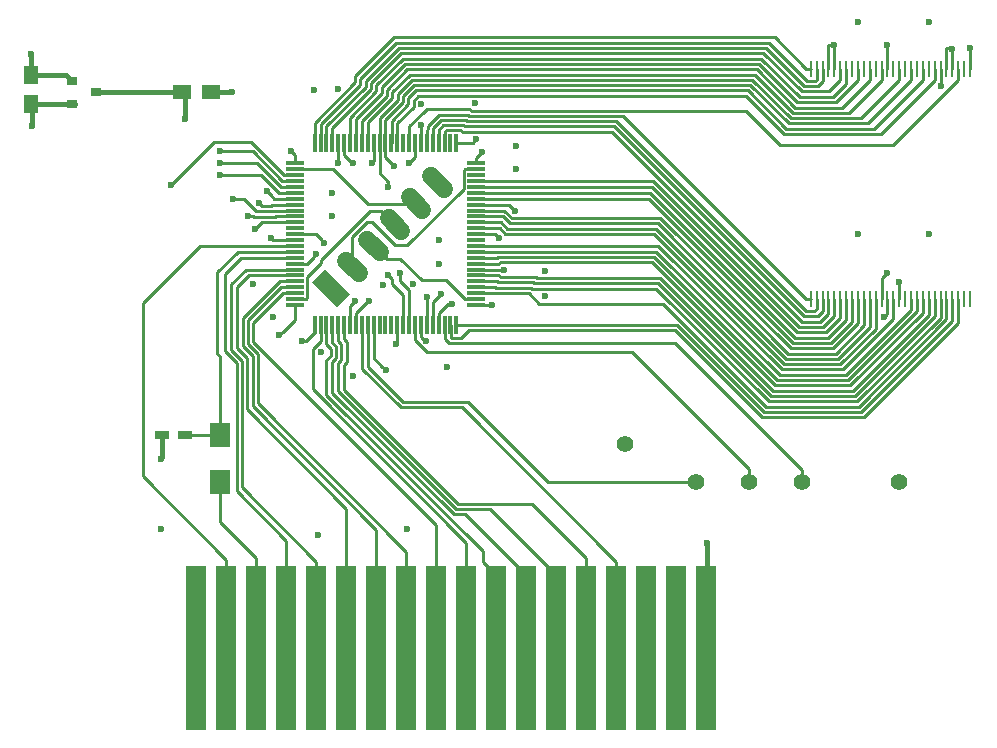
<source format=gtl>
G04 #@! TF.FileFunction,Copper,L1,Top,Signal*
%FSLAX46Y46*%
G04 Gerber Fmt 4.6, Leading zero omitted, Abs format (unit mm)*
G04 Created by KiCad (PCBNEW 4.0.7) date 02/07/19 17:37:46*
%MOMM*%
%LPD*%
G01*
G04 APERTURE LIST*
%ADD10C,0.100000*%
%ADD11C,1.400000*%
%ADD12R,0.269240X1.391920*%
%ADD13R,0.271780X1.391920*%
%ADD14R,1.200000X0.750000*%
%ADD15R,1.250000X1.500000*%
%ADD16R,1.500000X1.250000*%
%ADD17R,1.780000X14.000000*%
%ADD18C,1.510000*%
%ADD19R,1.700000X2.000000*%
%ADD20R,1.500000X0.300000*%
%ADD21R,0.300000X1.500000*%
%ADD22R,0.900000X0.800000*%
%ADD23C,0.600000*%
%ADD24C,0.250000*%
%ADD25C,0.400000*%
G04 APERTURE END LIST*
D10*
D11*
X180500000Y-114000000D03*
X157250000Y-110750000D03*
D12*
X173004080Y-79000000D03*
X173004080Y-98486880D03*
X173504460Y-79000000D03*
X173504460Y-98486880D03*
X174004840Y-79000000D03*
X174004840Y-98486880D03*
D13*
X174505220Y-79000000D03*
X174505220Y-98486880D03*
X175005600Y-79000000D03*
X175005600Y-98486880D03*
D12*
X175503440Y-79000000D03*
X175503440Y-98486880D03*
X176003820Y-79000000D03*
X176003820Y-98486880D03*
X176504200Y-79000000D03*
X176504200Y-98486880D03*
X177004580Y-79000000D03*
X177004580Y-98486880D03*
X177504960Y-79000000D03*
X177504960Y-98486880D03*
D13*
X178005340Y-79000000D03*
X178005340Y-98486880D03*
X178505720Y-79000000D03*
X178505720Y-98486880D03*
D12*
X179003560Y-79000000D03*
X179003560Y-98486880D03*
X179503940Y-79000000D03*
X179503940Y-98486880D03*
X180001780Y-79000000D03*
X180001780Y-98486880D03*
X180502160Y-79000000D03*
X180502160Y-98486880D03*
D13*
X181000000Y-79000000D03*
X181000000Y-98486880D03*
X181500380Y-79000000D03*
X181500380Y-98486880D03*
D12*
X182000760Y-79000000D03*
X182000760Y-98486880D03*
X182501140Y-79000000D03*
X182501140Y-98486880D03*
X183001520Y-79000000D03*
X183001520Y-98486880D03*
X183501900Y-79000000D03*
X183501900Y-98486880D03*
X184002280Y-79000000D03*
X184002280Y-98486880D03*
D13*
X184500120Y-79000000D03*
X184500120Y-98486880D03*
X185000500Y-79000000D03*
X185000500Y-98486880D03*
D12*
X185500880Y-79000000D03*
X185500880Y-98486880D03*
X186001260Y-79000000D03*
X186001260Y-98486880D03*
X186501640Y-79000000D03*
X186501640Y-98486880D03*
D14*
X120000000Y-110000000D03*
X118100000Y-110000000D03*
D15*
X107000000Y-82000000D03*
X107000000Y-79500000D03*
D16*
X119750000Y-81000000D03*
X122250000Y-81000000D03*
D17*
X164180000Y-128000000D03*
X161640000Y-128000000D03*
X159100000Y-128000000D03*
X156560000Y-128000000D03*
X154020000Y-128000000D03*
X151480000Y-128000000D03*
X148940000Y-128000000D03*
X146400000Y-128000000D03*
X143860000Y-128000000D03*
X141320000Y-128000000D03*
X138780000Y-128000000D03*
X136240000Y-128000000D03*
X133700000Y-128000000D03*
X131160000Y-128000000D03*
X128620000Y-128000000D03*
X126080000Y-128000000D03*
X123540000Y-128000000D03*
X121000000Y-128000000D03*
D10*
G36*
X132938228Y-99190163D02*
X130809837Y-97061772D01*
X131877568Y-95994041D01*
X134005959Y-98122432D01*
X132938228Y-99190163D01*
X132938228Y-99190163D01*
G37*
D18*
X133673619Y-95265721D02*
X134734279Y-96326381D01*
X135469670Y-93469670D02*
X136530330Y-94530330D01*
X137265722Y-91673618D02*
X138326382Y-92734278D01*
X139061773Y-89877567D02*
X140122433Y-90938227D01*
X140857824Y-88081516D02*
X141918484Y-89142176D01*
D19*
X123000000Y-114000000D03*
X123000000Y-110000000D03*
D20*
X129300000Y-87000000D03*
X129300000Y-87500000D03*
X129300000Y-88000000D03*
X129300000Y-88500000D03*
X129300000Y-89000000D03*
X129300000Y-89500000D03*
X129300000Y-90000000D03*
X129300000Y-90500000D03*
X129300000Y-91000000D03*
X129300000Y-91500000D03*
X129300000Y-92000000D03*
X129300000Y-92500000D03*
X129300000Y-93000000D03*
X129300000Y-93500000D03*
X129300000Y-94000000D03*
X129300000Y-94500000D03*
X129300000Y-95000000D03*
X129300000Y-95500000D03*
X129300000Y-96000000D03*
X129300000Y-96500000D03*
X129300000Y-97000000D03*
X129300000Y-97500000D03*
X129300000Y-98000000D03*
X129300000Y-98500000D03*
X129300000Y-99000000D03*
D21*
X131000000Y-100700000D03*
X131500000Y-100700000D03*
X132000000Y-100700000D03*
X132500000Y-100700000D03*
X133000000Y-100700000D03*
X133500000Y-100700000D03*
X134000000Y-100700000D03*
X134500000Y-100700000D03*
X135000000Y-100700000D03*
X135500000Y-100700000D03*
X136000000Y-100700000D03*
X136500000Y-100700000D03*
X137000000Y-100700000D03*
X137500000Y-100700000D03*
X138000000Y-100700000D03*
X138500000Y-100700000D03*
X139000000Y-100700000D03*
X139500000Y-100700000D03*
X140000000Y-100700000D03*
X140500000Y-100700000D03*
X141000000Y-100700000D03*
X141500000Y-100700000D03*
X142000000Y-100700000D03*
X142500000Y-100700000D03*
X143000000Y-100700000D03*
D20*
X144700000Y-99000000D03*
X144700000Y-98500000D03*
X144700000Y-98000000D03*
X144700000Y-97500000D03*
X144700000Y-97000000D03*
X144700000Y-96500000D03*
X144700000Y-96000000D03*
X144700000Y-95500000D03*
X144700000Y-95000000D03*
X144700000Y-94500000D03*
X144700000Y-94000000D03*
X144700000Y-93500000D03*
X144700000Y-93000000D03*
X144700000Y-92500000D03*
X144700000Y-92000000D03*
X144700000Y-91500000D03*
X144700000Y-91000000D03*
X144700000Y-90500000D03*
X144700000Y-90000000D03*
X144700000Y-89500000D03*
X144700000Y-89000000D03*
X144700000Y-88500000D03*
X144700000Y-88000000D03*
X144700000Y-87500000D03*
X144700000Y-87000000D03*
D21*
X143000000Y-85300000D03*
X142500000Y-85300000D03*
X142000000Y-85300000D03*
X141500000Y-85300000D03*
X141000000Y-85300000D03*
X140500000Y-85300000D03*
X140000000Y-85300000D03*
X139500000Y-85300000D03*
X139000000Y-85300000D03*
X138500000Y-85300000D03*
X138000000Y-85300000D03*
X137500000Y-85300000D03*
X137000000Y-85300000D03*
X136500000Y-85300000D03*
X136000000Y-85300000D03*
X135500000Y-85300000D03*
X135000000Y-85300000D03*
X134500000Y-85300000D03*
X134000000Y-85300000D03*
X133500000Y-85300000D03*
X133000000Y-85300000D03*
X132500000Y-85300000D03*
X132000000Y-85300000D03*
X131500000Y-85300000D03*
X131000000Y-85300000D03*
D11*
X167750000Y-114000000D03*
X172250000Y-114000000D03*
X163250000Y-114000000D03*
D22*
X110500000Y-80050000D03*
X110500000Y-81950000D03*
X112500000Y-81000000D03*
D23*
X135874990Y-86967050D03*
X107031664Y-83816910D03*
X127500000Y-100000000D03*
X131500000Y-103000000D03*
X150500000Y-96099967D03*
X140000000Y-82000000D03*
X128003118Y-101554848D03*
X137874990Y-102289841D03*
X131818934Y-93739173D03*
X135610695Y-98676201D03*
X140542554Y-98335716D03*
X130934292Y-80795340D03*
X136752953Y-97346987D03*
X145163471Y-86059885D03*
X134221457Y-87006163D03*
X148021424Y-85567846D03*
X139000000Y-87000000D03*
X146647113Y-93365248D03*
X132500000Y-91500000D03*
X141500000Y-93500000D03*
X177000000Y-93000000D03*
X186504710Y-77250361D03*
X179496256Y-77014121D03*
X183000000Y-75000000D03*
X139368726Y-97234828D03*
X184984203Y-77283804D03*
X106999406Y-77720173D03*
X125750000Y-97250000D03*
X134250000Y-105000000D03*
X142250000Y-104250000D03*
X150500000Y-98250000D03*
X144549124Y-81911278D03*
X133013069Y-80684095D03*
X129941947Y-102058049D03*
X175000000Y-77000000D03*
X141730825Y-98031133D03*
X131154388Y-94723500D03*
X134449950Y-98645248D03*
X126977540Y-89377295D03*
X144674017Y-84961333D03*
X139975553Y-83778773D03*
X148033637Y-87473014D03*
X164248305Y-119141288D03*
X133000000Y-87000000D03*
X148000000Y-91000000D03*
X147000000Y-96000000D03*
X146000000Y-99000000D03*
X129000000Y-86000000D03*
X132500000Y-89500000D03*
X141500000Y-95500000D03*
X118000000Y-112000000D03*
X118000000Y-118000000D03*
X180506838Y-97044952D03*
X177000000Y-75000000D03*
X183000000Y-93000000D03*
X124000000Y-81000000D03*
X120000000Y-83250000D03*
X127283939Y-93334940D03*
X125916453Y-92603865D03*
X125396021Y-91468777D03*
X124075021Y-90000000D03*
X126300962Y-90389056D03*
X123000000Y-88000000D03*
X123000000Y-87000000D03*
X123000000Y-86000000D03*
X118836032Y-88856032D03*
X179500000Y-96250000D03*
X184000000Y-80500000D03*
X137250000Y-89000000D03*
X138250000Y-96250000D03*
X137750000Y-87250000D03*
X137250000Y-96500000D03*
X138802906Y-118003653D03*
X140396325Y-102012426D03*
X137038711Y-104540107D03*
X131250000Y-118500000D03*
X179250000Y-100000000D03*
X142614179Y-98901302D03*
D24*
X136000000Y-86842040D02*
X135874990Y-86967050D01*
X136000000Y-85300000D02*
X136000000Y-86842040D01*
D25*
X107031664Y-83816910D02*
X107031664Y-82031664D01*
D24*
X107031664Y-82031664D02*
X107000000Y-82000000D01*
D25*
X110750000Y-81950000D02*
X107050000Y-81950000D01*
D24*
X107050000Y-81950000D02*
X107000000Y-82000000D01*
X129300000Y-99000000D02*
X129300000Y-100257966D01*
X129300000Y-100257966D02*
X128303117Y-101254849D01*
X128303117Y-101254849D02*
X128003118Y-101554848D01*
X138000000Y-102164831D02*
X137874990Y-102289841D01*
X138000000Y-100700000D02*
X138000000Y-102164831D01*
X131518935Y-93439174D02*
X131818934Y-93739173D01*
X131079761Y-93000000D02*
X131518935Y-93439174D01*
X129300000Y-93000000D02*
X131079761Y-93000000D01*
X135523799Y-98676201D02*
X135610695Y-98676201D01*
X134500000Y-100700000D02*
X134500000Y-99700000D01*
X134500000Y-99700000D02*
X135523799Y-98676201D01*
X140500000Y-100700000D02*
X140500000Y-98378270D01*
X140500000Y-98378270D02*
X140542554Y-98335716D01*
X144863472Y-86359884D02*
X145163471Y-86059885D01*
X144700000Y-87000000D02*
X144700000Y-86523356D01*
X144700000Y-86523356D02*
X144863472Y-86359884D01*
X134206163Y-87006163D02*
X134221457Y-87006163D01*
X133500000Y-86300000D02*
X134206163Y-87006163D01*
X133500000Y-85300000D02*
X133500000Y-86300000D01*
X139500000Y-85300000D02*
X139500000Y-86500000D01*
X139500000Y-86500000D02*
X139000000Y-87000000D01*
X144700000Y-93000000D02*
X146281865Y-93000000D01*
X146281865Y-93000000D02*
X146647113Y-93365248D01*
X186501640Y-77253431D02*
X186504710Y-77250361D01*
X186501640Y-79000000D02*
X186501640Y-77253431D01*
X179503940Y-77021805D02*
X179496256Y-77014121D01*
X179503940Y-79000000D02*
X179503940Y-77021805D01*
D25*
X107000000Y-82000000D02*
X107000000Y-82125000D01*
D24*
X107270000Y-82270000D02*
X107000000Y-82000000D01*
D25*
X141388154Y-88611846D02*
X141388154Y-89357394D01*
X141388154Y-88611846D02*
X140863808Y-88611846D01*
X141388154Y-88611846D02*
X140826941Y-88611846D01*
X107000000Y-79500000D02*
X109950000Y-79500000D01*
X109950000Y-79500000D02*
X110500000Y-80050000D01*
D24*
X184500120Y-79000000D02*
X184500120Y-77250120D01*
X185000500Y-77300101D02*
X184984203Y-77283804D01*
X185000500Y-79000000D02*
X185000500Y-77300101D01*
X184950282Y-77249883D02*
X184984203Y-77283804D01*
X184500357Y-77249883D02*
X184950282Y-77249883D01*
X184500120Y-77250120D02*
X184500357Y-77249883D01*
D25*
X106999406Y-77720173D02*
X106999406Y-79499406D01*
X106999406Y-79499406D02*
X107000000Y-79500000D01*
X122250000Y-81000000D02*
X124000000Y-81000000D01*
D24*
X131000000Y-101300000D02*
X130241951Y-102058049D01*
X130241951Y-102058049D02*
X129941947Y-102058049D01*
X174500000Y-77000000D02*
X174505220Y-77005220D01*
X175005600Y-77005600D02*
X175000000Y-77000000D01*
X175005600Y-79000000D02*
X175005600Y-77005600D01*
X175000000Y-77000000D02*
X174500000Y-77000000D01*
X174505220Y-77005220D02*
X174505220Y-79000000D01*
X141430826Y-98331132D02*
X141730825Y-98031133D01*
X141000000Y-100700000D02*
X141000000Y-98761958D01*
X141000000Y-98761958D02*
X141430826Y-98331132D01*
X130854389Y-95023499D02*
X131154388Y-94723500D01*
X129300000Y-95500000D02*
X130377888Y-95500000D01*
X130377888Y-95500000D02*
X130854389Y-95023499D01*
X134149951Y-98945247D02*
X134449950Y-98645248D01*
X134000000Y-100700000D02*
X134000000Y-99095198D01*
X134000000Y-99095198D02*
X134149951Y-98945247D01*
X127277539Y-89677294D02*
X126977540Y-89377295D01*
X127600245Y-90000000D02*
X127277539Y-89677294D01*
X129300000Y-90000000D02*
X127600245Y-90000000D01*
X144335350Y-85300000D02*
X144374018Y-85261332D01*
X143000000Y-85300000D02*
X144335350Y-85300000D01*
X144374018Y-85261332D02*
X144674017Y-84961333D01*
X140000000Y-83803220D02*
X139975553Y-83778773D01*
X140000000Y-85300000D02*
X140000000Y-83803220D01*
D25*
X164248305Y-119141288D02*
X164248305Y-127931695D01*
X164248305Y-127931695D02*
X164180000Y-128000000D01*
D24*
X133000000Y-85300000D02*
X133000000Y-87000000D01*
X147500000Y-90500000D02*
X148000000Y-91000000D01*
X144700000Y-90500000D02*
X147500000Y-90500000D01*
X144700000Y-96000000D02*
X147000000Y-96000000D01*
X144700000Y-99000000D02*
X146000000Y-99000000D01*
X129300000Y-87000000D02*
X129300000Y-86300000D01*
X129300000Y-86300000D02*
X129000000Y-86000000D01*
D25*
X118100000Y-110000000D02*
X118100000Y-111900000D01*
X118100000Y-111900000D02*
X118000000Y-112000000D01*
D24*
X180502160Y-97049630D02*
X180506838Y-97044952D01*
X180502160Y-98486880D02*
X180502160Y-97049630D01*
X123000000Y-110000000D02*
X123000000Y-103334859D01*
X123000000Y-103334859D02*
X122773139Y-103107998D01*
X122773139Y-96220465D02*
X124493604Y-94500000D01*
X122773139Y-103107998D02*
X122773139Y-96220465D01*
X124493604Y-94500000D02*
X128300000Y-94500000D01*
X128300000Y-94500000D02*
X129300000Y-94500000D01*
X123000000Y-110000000D02*
X120000000Y-110000000D01*
D25*
X119750000Y-81000000D02*
X112750000Y-81000000D01*
X120000000Y-83250000D02*
X120000000Y-81250000D01*
D24*
X120000000Y-81250000D02*
X119750000Y-81000000D01*
X127448999Y-93500000D02*
X127283939Y-93334940D01*
X129300000Y-93500000D02*
X127448999Y-93500000D01*
X126216452Y-92303866D02*
X125916453Y-92603865D01*
X129300000Y-92000000D02*
X126520318Y-92000000D01*
X126520318Y-92000000D02*
X126216452Y-92303866D01*
X125820285Y-91468777D02*
X125396021Y-91468777D01*
X127697826Y-91500000D02*
X127672802Y-91525024D01*
X127672802Y-91525024D02*
X125876532Y-91525024D01*
X129300000Y-91500000D02*
X127697826Y-91500000D01*
X125876532Y-91525024D02*
X125820285Y-91468777D01*
X124986902Y-90000000D02*
X126061915Y-91075013D01*
X128300000Y-91000000D02*
X129300000Y-91000000D01*
X124075021Y-90000000D02*
X124986902Y-90000000D01*
X126061915Y-91075013D02*
X127486402Y-91075013D01*
X127561415Y-91000000D02*
X128300000Y-91000000D01*
X127486402Y-91075013D02*
X127561415Y-91000000D01*
X129300000Y-90500000D02*
X127425004Y-90500000D01*
X127425004Y-90500000D02*
X127300002Y-90625002D01*
X126536908Y-90625002D02*
X126300962Y-90389056D01*
X127300002Y-90625002D02*
X126536908Y-90625002D01*
X126492619Y-88000000D02*
X127992619Y-89500000D01*
X123000000Y-88000000D02*
X126492619Y-88000000D01*
X127992619Y-89500000D02*
X128300000Y-89500000D01*
X128300000Y-89500000D02*
X129300000Y-89500000D01*
X128300000Y-89000000D02*
X129300000Y-89000000D01*
X123000000Y-87000000D02*
X126129030Y-87000000D01*
X128129030Y-89000000D02*
X128300000Y-89000000D01*
X126129030Y-87000000D02*
X128129030Y-89000000D01*
X125765441Y-86000000D02*
X128265441Y-88500000D01*
X128300000Y-88500000D02*
X129300000Y-88500000D01*
X128265441Y-88500000D02*
X128300000Y-88500000D01*
X123000000Y-86000000D02*
X125765441Y-86000000D01*
X119136031Y-88556033D02*
X118836032Y-88856032D01*
X122514681Y-85177383D02*
X119136031Y-88556033D01*
X125579234Y-85177383D02*
X122514681Y-85177383D01*
X128401851Y-88000000D02*
X125579234Y-85177383D01*
X129300000Y-88000000D02*
X128401851Y-88000000D01*
X156560000Y-120750000D02*
X156560000Y-128000000D01*
X138288588Y-107674999D02*
X143484999Y-107674999D01*
X135000000Y-100700000D02*
X135000000Y-104386411D01*
X143484999Y-107674999D02*
X156560000Y-120750000D01*
X135000000Y-104386411D02*
X138288588Y-107674999D01*
X133500000Y-104084235D02*
X133500000Y-106170932D01*
X154020000Y-120449957D02*
X154020000Y-120750000D01*
X143154071Y-115825003D02*
X149395046Y-115825003D01*
X133500000Y-106170932D02*
X143154071Y-115825003D01*
X133725034Y-102140799D02*
X133725034Y-103859201D01*
X133725034Y-103859201D02*
X133500000Y-104084235D01*
X133500000Y-101915765D02*
X133725034Y-102140799D01*
X133500000Y-100700000D02*
X133500000Y-101915765D01*
X149395046Y-115825003D02*
X154020000Y-120449957D01*
X154020000Y-120750000D02*
X154020000Y-128000000D01*
X133000000Y-106307342D02*
X142967672Y-116275014D01*
X133000000Y-102052177D02*
X133275023Y-102327199D01*
X133275023Y-102327199D02*
X133275023Y-103672801D01*
X133000000Y-103947823D02*
X133000000Y-106307342D01*
X142967672Y-116275014D02*
X145865014Y-116275014D01*
X145865014Y-116275014D02*
X151480000Y-121890000D01*
X151480000Y-121890000D02*
X151480000Y-128000000D01*
X133275023Y-103672801D02*
X133000000Y-103947823D01*
X133000000Y-100700000D02*
X133000000Y-102052177D01*
X132500000Y-100700000D02*
X132500000Y-102188587D01*
X132825012Y-103486401D02*
X132500000Y-103811413D01*
X132500000Y-102188587D02*
X132825012Y-102513599D01*
X132825012Y-102513599D02*
X132825012Y-103486401D01*
X132500000Y-103811413D02*
X132500000Y-106443752D01*
X132500000Y-106443752D02*
X142781273Y-116725025D01*
X148940000Y-121890000D02*
X148940000Y-128000000D01*
X143775025Y-116725025D02*
X148940000Y-121890000D01*
X142781273Y-116725025D02*
X143775025Y-116725025D01*
X132000000Y-100700000D02*
X132000000Y-102324998D01*
X146400000Y-121890000D02*
X146400000Y-128000000D01*
X145260000Y-120750000D02*
X146400000Y-121890000D01*
X132000000Y-102324998D02*
X132375001Y-102699999D01*
X132000000Y-103675002D02*
X132000000Y-106580162D01*
X132000000Y-106580162D02*
X145260000Y-119840162D01*
X132375001Y-103300001D02*
X132000000Y-103675002D01*
X145260000Y-119840162D02*
X145260000Y-120750000D01*
X132375001Y-102699999D02*
X132375001Y-103300001D01*
X130874999Y-106128569D02*
X143860000Y-119113570D01*
X131500000Y-102074998D02*
X130874999Y-102699999D01*
X143860000Y-119113570D02*
X143860000Y-120750000D01*
X130874999Y-102699999D02*
X130874999Y-106128569D01*
X143860000Y-120750000D02*
X143860000Y-128000000D01*
X131500000Y-100700000D02*
X131500000Y-102074998D01*
X141320000Y-120750000D02*
X141320000Y-128000000D01*
X141320000Y-117628902D02*
X141320000Y-120750000D01*
X128314998Y-98000000D02*
X125817723Y-100497275D01*
X129300000Y-98000000D02*
X128314998Y-98000000D01*
X125817723Y-102126625D02*
X141320000Y-117628902D01*
X125817723Y-100497275D02*
X125817723Y-102126625D01*
X129300000Y-97500000D02*
X128178588Y-97500000D01*
X126199526Y-103144839D02*
X126199526Y-107321179D01*
X128178588Y-97500000D02*
X125367712Y-100310876D01*
X125367712Y-100310876D02*
X125367712Y-102313025D01*
X125367712Y-102313025D02*
X126199526Y-103144839D01*
X126199526Y-107321179D02*
X138780000Y-119901653D01*
X138780000Y-119901653D02*
X138780000Y-128000000D01*
X129300000Y-97000000D02*
X128042178Y-97000000D01*
X128042178Y-97000000D02*
X124917701Y-100124477D01*
X124917701Y-100124477D02*
X124917701Y-102499425D01*
X124917701Y-102499425D02*
X125749515Y-103331239D01*
X125749515Y-103331239D02*
X125749515Y-107584654D01*
X125749515Y-107584654D02*
X136240000Y-118075139D01*
X136240000Y-118075139D02*
X136240000Y-120750000D01*
X136240000Y-120750000D02*
X136240000Y-128000000D01*
X133700000Y-128000000D02*
X133700000Y-116248625D01*
X133700000Y-116248625D02*
X125299504Y-107848129D01*
X125299504Y-107848129D02*
X125299504Y-103517639D01*
X125299504Y-103517639D02*
X124440359Y-102658494D01*
X124440359Y-102658494D02*
X124440359Y-97477713D01*
X124440359Y-97477713D02*
X125418072Y-96500000D01*
X125418072Y-96500000D02*
X129300000Y-96500000D01*
X131160000Y-128000000D02*
X131160000Y-120750000D01*
X125180122Y-96000000D02*
X129300000Y-96000000D01*
X131160000Y-120750000D02*
X124849493Y-114439493D01*
X124849493Y-114439493D02*
X124849493Y-103704039D01*
X123948392Y-102802938D02*
X123948392Y-97231730D01*
X124849493Y-103704039D02*
X123948392Y-102802938D01*
X123948392Y-97231730D02*
X125180122Y-96000000D01*
X128620000Y-128000000D02*
X128620000Y-118960640D01*
X128620000Y-118960640D02*
X124399482Y-114740122D01*
X124399482Y-114740122D02*
X124399482Y-103890439D01*
X123401763Y-96348237D02*
X124750000Y-95000000D01*
X124399482Y-103890439D02*
X123401763Y-102892720D01*
X123401763Y-102892720D02*
X123401763Y-96348237D01*
X124750000Y-95000000D02*
X129300000Y-95000000D01*
X123000000Y-114000000D02*
X123000000Y-117348825D01*
X123000000Y-117348825D02*
X126080000Y-120428825D01*
X126080000Y-120428825D02*
X126080000Y-128000000D01*
X129300000Y-94000000D02*
X121272302Y-94000000D01*
X116476654Y-98795648D02*
X116476654Y-113502410D01*
X121272302Y-94000000D02*
X116476654Y-98795648D01*
X116476654Y-113502410D02*
X123540000Y-120565756D01*
X123540000Y-120565756D02*
X123540000Y-120750000D01*
X123540000Y-120750000D02*
X123540000Y-128000000D01*
X134203949Y-95796051D02*
X134203949Y-93208023D01*
X134203949Y-93208023D02*
X135411972Y-92000000D01*
X135411972Y-92000000D02*
X135821481Y-92000000D01*
X135821481Y-92000000D02*
X137783244Y-93961763D01*
X137783244Y-93961763D02*
X138857954Y-93961763D01*
X143624999Y-89194718D02*
X143624999Y-87575001D01*
X138857954Y-93961763D02*
X143624999Y-89194718D01*
X143624999Y-87575001D02*
X143700000Y-87500000D01*
X143700000Y-87500000D02*
X144700000Y-87500000D01*
X136000000Y-94000000D02*
X137104199Y-95104199D01*
X137104199Y-95104199D02*
X138271362Y-95104199D01*
X138271362Y-95104199D02*
X140062045Y-96894882D01*
X140062045Y-96894882D02*
X142094882Y-96894882D01*
X142094882Y-96894882D02*
X143700000Y-98500000D01*
X143700000Y-98500000D02*
X144700000Y-98500000D01*
X130300000Y-98500000D02*
X129300000Y-98500000D01*
X131572557Y-95441976D02*
X130375001Y-96639532D01*
X130375001Y-98424999D02*
X130300000Y-98500000D01*
X135706519Y-91069042D02*
X131572557Y-95203004D01*
X136661146Y-91069042D02*
X135706519Y-91069042D01*
X137796052Y-92203948D02*
X136661146Y-91069042D01*
X130375001Y-96639532D02*
X130375001Y-98424999D01*
X131572557Y-95203004D02*
X131572557Y-95441976D01*
X132574996Y-87500000D02*
X129300000Y-87500000D01*
X135482893Y-90407897D02*
X132574996Y-87500000D01*
X139592103Y-90407897D02*
X135482893Y-90407897D01*
X139500000Y-100700000D02*
X139500000Y-102000000D01*
X139500000Y-102000000D02*
X140500000Y-103000000D01*
X140500000Y-103000000D02*
X157833937Y-103000000D01*
X157833937Y-103000000D02*
X167752208Y-112918271D01*
X167752208Y-112918271D02*
X167752208Y-114057249D01*
X179500000Y-96250000D02*
X179003560Y-96746440D01*
X179003560Y-96746440D02*
X179003560Y-98486880D01*
X161475012Y-102225012D02*
X172250000Y-113000000D01*
X172250000Y-113000000D02*
X172250000Y-114000000D01*
X142074990Y-101896402D02*
X142403599Y-102225012D01*
X142403599Y-102225012D02*
X161475012Y-102225012D01*
X142000000Y-100700000D02*
X142000000Y-101500000D01*
X142000000Y-101500000D02*
X142024999Y-101524999D01*
X142024999Y-101524999D02*
X142024999Y-101710001D01*
X142024999Y-101710001D02*
X142074989Y-101759991D01*
X142074989Y-101759991D02*
X142074990Y-101896402D01*
X184000000Y-80500000D02*
X184000000Y-79002280D01*
X184000000Y-79002280D02*
X184002280Y-79000000D01*
X135500000Y-100700000D02*
X135500000Y-104250000D01*
X135500000Y-104250000D02*
X138474988Y-107224988D01*
X143974988Y-107224988D02*
X150750000Y-114000000D01*
X138474988Y-107224988D02*
X143974988Y-107224988D01*
X150750000Y-114000000D02*
X163250000Y-114000000D01*
X172619460Y-79000000D02*
X173004080Y-79000000D01*
X134424878Y-80156184D02*
X134424878Y-79649599D01*
X169955616Y-76336156D02*
X172619460Y-79000000D01*
X137738321Y-76336156D02*
X169955616Y-76336156D01*
X131000000Y-83581062D02*
X134424878Y-80156184D01*
X134424878Y-79649599D02*
X137738321Y-76336156D01*
X131000000Y-85300000D02*
X131000000Y-83581062D01*
X140599979Y-83805787D02*
X140599982Y-83805783D01*
X141530800Y-82874966D02*
X143969201Y-82874966D01*
X140599982Y-83805783D02*
X141530800Y-82874966D01*
X172619460Y-98486880D02*
X173004080Y-98486880D01*
X157118879Y-82986299D02*
X172619460Y-98486880D01*
X144080534Y-82986299D02*
X157118879Y-82986299D01*
X140500000Y-84178587D02*
X140599979Y-84078608D01*
X140500000Y-85300000D02*
X140500000Y-84178587D01*
X140599979Y-84078608D02*
X140599979Y-83805787D01*
X143969201Y-82874966D02*
X144080534Y-82986299D01*
X134874889Y-79835999D02*
X137924721Y-76786167D01*
X131500000Y-83717473D02*
X134874889Y-80342584D01*
X173398702Y-80020961D02*
X173504460Y-79915203D01*
X131500000Y-85300000D02*
X131500000Y-83717473D01*
X172722395Y-80020961D02*
X173398702Y-80020961D01*
X169487601Y-76786167D02*
X172722395Y-80020961D01*
X134874889Y-80342584D02*
X134874889Y-79835999D01*
X137924721Y-76786167D02*
X169487601Y-76786167D01*
X173504460Y-79915203D02*
X173504460Y-79000000D01*
X156537928Y-83436310D02*
X172609459Y-99507841D01*
X172609459Y-99507841D02*
X173319410Y-99507841D01*
X141049991Y-83992185D02*
X141717200Y-83324977D01*
X173504460Y-99322791D02*
X173504460Y-98486880D01*
X141717200Y-83324977D02*
X143782801Y-83324977D01*
X173319410Y-99507841D02*
X173504460Y-99322791D01*
X143782801Y-83324977D02*
X143894134Y-83436310D01*
X141000000Y-85300000D02*
X141000000Y-84300000D01*
X141000000Y-84300000D02*
X141049991Y-84250009D01*
X141049991Y-84250009D02*
X141049991Y-83992185D01*
X143894134Y-83436310D02*
X156537928Y-83436310D01*
X174004840Y-79945960D02*
X174004840Y-79000000D01*
X173585101Y-80470972D02*
X174004840Y-80051233D01*
X174004840Y-80051233D02*
X174004840Y-79945960D01*
X172423059Y-80470972D02*
X173585101Y-80470972D01*
X169188265Y-77236178D02*
X172423059Y-80470972D01*
X138111121Y-77236178D02*
X169188265Y-77236178D01*
X132000000Y-83853884D02*
X135324900Y-80528984D01*
X135324900Y-80528984D02*
X135324900Y-80022399D01*
X135324900Y-80022399D02*
X138111121Y-77236178D01*
X132000000Y-85300000D02*
X132000000Y-83853884D01*
X173585101Y-99957852D02*
X174004840Y-99538113D01*
X141903600Y-83774988D02*
X143596401Y-83774988D01*
X172423059Y-99957852D02*
X173585101Y-99957852D01*
X143707734Y-83886321D02*
X156351528Y-83886321D01*
X141500001Y-84178586D02*
X141903600Y-83774988D01*
X141500000Y-85300000D02*
X141500001Y-84178586D01*
X143596401Y-83774988D02*
X143707734Y-83886321D01*
X174004840Y-99538113D02*
X174004840Y-99432840D01*
X174004840Y-99432840D02*
X174004840Y-98486880D01*
X156351528Y-83886321D02*
X172423059Y-99957852D01*
X142000000Y-85300000D02*
X142000000Y-84314998D01*
X142090000Y-84224999D02*
X143410001Y-84224999D01*
X174464461Y-99752013D02*
X174464461Y-98486880D01*
X173808611Y-100407863D02*
X174464461Y-99752013D01*
X172236659Y-100407863D02*
X173808611Y-100407863D01*
X156165128Y-84336332D02*
X172236659Y-100407863D01*
X143521334Y-84336332D02*
X156165128Y-84336332D01*
X143410001Y-84224999D02*
X143521334Y-84336332D01*
X142000000Y-84314998D02*
X142090000Y-84224999D01*
X144700000Y-88500000D02*
X159692385Y-88500000D01*
X174064319Y-100857874D02*
X175005600Y-99916593D01*
X175005600Y-99432840D02*
X175005600Y-98486880D01*
X159692385Y-88500000D02*
X172050259Y-100857874D01*
X172050259Y-100857874D02*
X174064319Y-100857874D01*
X175005600Y-99916593D02*
X175005600Y-99432840D01*
X174528417Y-80920983D02*
X175503440Y-79945960D01*
X132500000Y-85300000D02*
X132500000Y-83990295D01*
X135774911Y-80208799D02*
X138297521Y-77686189D01*
X172236659Y-80920983D02*
X174528417Y-80920983D01*
X132500000Y-83990295D02*
X135774911Y-80715384D01*
X135774911Y-80715384D02*
X135774911Y-80208799D01*
X138297521Y-77686189D02*
X169001865Y-77686189D01*
X169001865Y-77686189D02*
X172236659Y-80920983D01*
X175503440Y-79945960D02*
X175503440Y-79000000D01*
X174275940Y-101307885D02*
X175503440Y-100080385D01*
X159555974Y-89000000D02*
X171863859Y-101307885D01*
X175503440Y-100080385D02*
X175503440Y-99432840D01*
X144700000Y-89000000D02*
X159555974Y-89000000D01*
X171863859Y-101307885D02*
X174275940Y-101307885D01*
X175503440Y-99432840D02*
X175503440Y-98486880D01*
X134000000Y-83126706D02*
X136224922Y-80901784D01*
X176003820Y-79945960D02*
X176003820Y-79000000D01*
X168815465Y-78136200D02*
X172059582Y-81380317D01*
X176003820Y-80269002D02*
X176003820Y-79945960D01*
X138483921Y-78136200D02*
X168815465Y-78136200D01*
X172059582Y-81380317D02*
X174892505Y-81380317D01*
X174892505Y-81380317D02*
X176003820Y-80269002D01*
X134000000Y-85300000D02*
X134000000Y-83126706D01*
X136224922Y-80901784D02*
X136224922Y-80395199D01*
X136224922Y-80395199D02*
X138483921Y-78136200D01*
X174487562Y-101757896D02*
X176003820Y-100241638D01*
X159419561Y-89500000D02*
X171677457Y-101757896D01*
X176003820Y-99432840D02*
X176003820Y-98486880D01*
X176003820Y-100241638D02*
X176003820Y-99432840D01*
X144700000Y-89500000D02*
X159419561Y-89500000D01*
X171677457Y-101757896D02*
X174487562Y-101757896D01*
X171491058Y-102207907D02*
X174699184Y-102207907D01*
X159283151Y-90000000D02*
X171491058Y-102207907D01*
X176504200Y-99432840D02*
X176504200Y-98486880D01*
X144700000Y-90000000D02*
X159283151Y-90000000D01*
X174699184Y-102207907D02*
X176504200Y-100402891D01*
X176504200Y-100402891D02*
X176504200Y-99432840D01*
X171873182Y-81830328D02*
X175120212Y-81830328D01*
X168629065Y-78586211D02*
X171873182Y-81830328D01*
X136674933Y-80581599D02*
X138670321Y-78586211D01*
X175120212Y-81830328D02*
X177004580Y-79945960D01*
X138670321Y-78586211D02*
X168629065Y-78586211D01*
X177004580Y-79945960D02*
X177004580Y-79000000D01*
X134524999Y-84289999D02*
X134524999Y-83238118D01*
X136674933Y-81088184D02*
X136674933Y-80581599D01*
X134524999Y-83238118D02*
X136674933Y-81088184D01*
X134524999Y-85275001D02*
X134524999Y-84289999D01*
X134500000Y-85300000D02*
X134524999Y-85275001D01*
X134524999Y-84289999D02*
X134500000Y-85300000D01*
X177004580Y-99432840D02*
X177004580Y-98486880D01*
X171304658Y-102657918D02*
X174910805Y-102657918D01*
X147699998Y-91625002D02*
X160271743Y-91625002D01*
X147074996Y-91000000D02*
X147699998Y-91625002D01*
X160271743Y-91625002D02*
X171304658Y-102657918D01*
X144700000Y-91000000D02*
X147074996Y-91000000D01*
X177004580Y-100564143D02*
X177004580Y-99432840D01*
X174910805Y-102657918D02*
X177004580Y-100564143D01*
X146938585Y-91500000D02*
X147513598Y-92075013D01*
X177504960Y-99432840D02*
X177504960Y-98486880D01*
X171118258Y-103107929D02*
X175122430Y-103107929D01*
X144700000Y-91500000D02*
X146938585Y-91500000D01*
X175122430Y-103107929D02*
X177504960Y-100725399D01*
X177504960Y-100725399D02*
X177504960Y-99432840D01*
X147513598Y-92075013D02*
X160085343Y-92075013D01*
X160085343Y-92075013D02*
X171118258Y-103107929D01*
X137124944Y-81274584D02*
X137124944Y-80767999D01*
X168442665Y-79036222D02*
X171686782Y-82280339D01*
X135000000Y-83399528D02*
X137124944Y-81274584D01*
X175670961Y-82280339D02*
X178005340Y-79945960D01*
X171686782Y-82280339D02*
X175670961Y-82280339D01*
X138856721Y-79036222D02*
X168442665Y-79036222D01*
X137124944Y-80767999D02*
X138856721Y-79036222D01*
X135000000Y-85300000D02*
X135000000Y-83399528D01*
X178005340Y-79945960D02*
X178005340Y-79000000D01*
X147327198Y-92525024D02*
X146802174Y-92000000D01*
X178005340Y-100861447D02*
X175308847Y-103557940D01*
X170931858Y-103557940D02*
X159898943Y-92525024D01*
X145700000Y-92000000D02*
X144700000Y-92000000D01*
X178005340Y-98486880D02*
X178005340Y-100861447D01*
X146802174Y-92000000D02*
X145700000Y-92000000D01*
X175308847Y-103557940D02*
X170931858Y-103557940D01*
X159898943Y-92525024D02*
X147327198Y-92525024D01*
X170745459Y-104007951D02*
X175520480Y-104007951D01*
X159712543Y-92975035D02*
X170745459Y-104007951D01*
X144700000Y-92500000D02*
X146665763Y-92500000D01*
X146665763Y-92500000D02*
X147140798Y-92975035D01*
X175520480Y-104007951D02*
X178505720Y-101022711D01*
X178505720Y-101022711D02*
X178505720Y-99432840D01*
X147140798Y-92975035D02*
X159712543Y-92975035D01*
X178505720Y-99432840D02*
X178505720Y-98486880D01*
X135524999Y-83510940D02*
X137574955Y-81460984D01*
X137574955Y-80954399D02*
X139043121Y-79486233D01*
X171500382Y-82730350D02*
X176219170Y-82730350D01*
X168256265Y-79486233D02*
X171500382Y-82730350D01*
X139043121Y-79486233D02*
X168256265Y-79486233D01*
X135524999Y-84289999D02*
X135524999Y-83510940D01*
X176219170Y-82730350D02*
X179003560Y-79945960D01*
X137574955Y-81460984D02*
X137574955Y-80954399D01*
X179003560Y-79945960D02*
X179003560Y-79000000D01*
X135500000Y-85300000D02*
X135524999Y-85275001D01*
X135524999Y-84289999D02*
X135500000Y-85300000D01*
X135524999Y-85275001D02*
X135524999Y-84289999D01*
X175757300Y-104457962D02*
X180001780Y-100213482D01*
X144700000Y-94000000D02*
X160101098Y-94000000D01*
X180001780Y-99432840D02*
X180001780Y-98486880D01*
X170559060Y-104457962D02*
X175757300Y-104457962D01*
X180001780Y-100213482D02*
X180001780Y-99432840D01*
X160101098Y-94000000D02*
X170559060Y-104457962D01*
X137250000Y-89000000D02*
X137250000Y-88575736D01*
X137250000Y-88575736D02*
X136500000Y-87825736D01*
X136500000Y-87825736D02*
X136500000Y-86300000D01*
X136500000Y-86300000D02*
X136500000Y-85300000D01*
X139000000Y-97750000D02*
X138250000Y-97000000D01*
X138250000Y-97000000D02*
X138250000Y-96250000D01*
X139000000Y-100700000D02*
X139000000Y-97750000D01*
X138024966Y-81647384D02*
X138024966Y-81140799D01*
X177267759Y-83180361D02*
X180502160Y-79945960D01*
X136500000Y-83172350D02*
X138024966Y-81647384D01*
X180502160Y-79945960D02*
X180502160Y-79000000D01*
X171313982Y-83180361D02*
X177267759Y-83180361D01*
X168069865Y-79936244D02*
X171313982Y-83180361D01*
X136500000Y-85300000D02*
X136500000Y-83172350D01*
X139229521Y-79936244D02*
X168069865Y-79936244D01*
X138024966Y-81140799D02*
X139229521Y-79936244D01*
X137549999Y-97186409D02*
X137549999Y-96799999D01*
X138500000Y-100700000D02*
X138500000Y-98136410D01*
X137549999Y-96799999D02*
X137250000Y-96500000D01*
X138500000Y-98136410D02*
X137549999Y-97186409D01*
X137750000Y-87250000D02*
X137000000Y-86500000D01*
X137000000Y-86500000D02*
X137000000Y-85300000D01*
X139415921Y-80386255D02*
X167883465Y-80386255D01*
X177815968Y-83630372D02*
X181500380Y-79945960D01*
X167883465Y-80386255D02*
X171127582Y-83630372D01*
X181500380Y-79945960D02*
X181500380Y-79000000D01*
X138474977Y-81833784D02*
X138474977Y-81327199D01*
X137000000Y-83308761D02*
X138474977Y-81833784D01*
X171127582Y-83630372D02*
X177815968Y-83630372D01*
X138474977Y-81327199D02*
X139415921Y-80386255D01*
X137000000Y-85300000D02*
X137000000Y-83308761D01*
X181500380Y-99403338D02*
X181500380Y-98486880D01*
X159939664Y-94474976D02*
X170372660Y-104907973D01*
X146302174Y-94500000D02*
X146327198Y-94474976D01*
X144700000Y-94500000D02*
X146302174Y-94500000D01*
X175995745Y-104907973D02*
X181500380Y-99403338D01*
X170372660Y-104907973D02*
X175995745Y-104907973D01*
X146327198Y-94474976D02*
X159939664Y-94474976D01*
X146438585Y-95000000D02*
X146513598Y-94924987D01*
X176182144Y-105357984D02*
X182000760Y-99539368D01*
X182000760Y-99432840D02*
X182000760Y-98486880D01*
X170186261Y-105357984D02*
X176182144Y-105357984D01*
X144700000Y-95000000D02*
X146438585Y-95000000D01*
X146513598Y-94924987D02*
X159753264Y-94924987D01*
X159753264Y-94924987D02*
X170186261Y-105357984D01*
X182000760Y-99539368D02*
X182000760Y-99432840D01*
X138924988Y-81513599D02*
X139602321Y-80836266D01*
X182501140Y-79945960D02*
X182501140Y-79000000D01*
X178366717Y-84080383D02*
X182501140Y-79945960D01*
X170941182Y-84080383D02*
X178366717Y-84080383D01*
X167697065Y-80836266D02*
X170941182Y-84080383D01*
X137524999Y-83420173D02*
X138924988Y-82020184D01*
X139602321Y-80836266D02*
X167697065Y-80836266D01*
X137524999Y-84289999D02*
X137524999Y-83420173D01*
X138924988Y-82020184D02*
X138924988Y-81513599D01*
X137524999Y-85275001D02*
X137524999Y-84289999D01*
X137524999Y-84289999D02*
X137500000Y-85300000D01*
X137500000Y-85300000D02*
X137524999Y-85275001D01*
X176368543Y-105807995D02*
X182501140Y-99675398D01*
X182501140Y-99432840D02*
X182501140Y-98486880D01*
X169999861Y-105807995D02*
X176368543Y-105807995D01*
X182501140Y-99675398D02*
X182501140Y-99432840D01*
X146699998Y-95374998D02*
X159566864Y-95374998D01*
X144700000Y-95500000D02*
X146574996Y-95500000D01*
X159566864Y-95374998D02*
X169999861Y-105807995D01*
X146574996Y-95500000D02*
X146699998Y-95374998D01*
X146574996Y-96500000D02*
X146699998Y-96625002D01*
X169813459Y-106258006D02*
X176554942Y-106258006D01*
X160280430Y-96724977D02*
X169813459Y-106258006D01*
X144700000Y-96500000D02*
X146574996Y-96500000D01*
X149727224Y-96625002D02*
X149827199Y-96724977D01*
X176554942Y-106258006D02*
X183001520Y-99811428D01*
X183001520Y-99432840D02*
X183001520Y-98486880D01*
X146699998Y-96625002D02*
X149727224Y-96625002D01*
X183001520Y-99811428D02*
X183001520Y-99432840D01*
X149827199Y-96724977D02*
X160280430Y-96724977D01*
X183501900Y-79945960D02*
X183501900Y-79000000D01*
X170754782Y-84530394D02*
X178917466Y-84530394D01*
X167510665Y-81286277D02*
X170754782Y-84530394D01*
X139374999Y-81699999D02*
X139788721Y-81286277D01*
X139374999Y-82206584D02*
X139374999Y-81699999D01*
X178917466Y-84530394D02*
X183501900Y-79945960D01*
X138000000Y-85300000D02*
X138000000Y-83581583D01*
X138000000Y-83581583D02*
X139374999Y-82206584D01*
X139788721Y-81286277D02*
X167510665Y-81286277D01*
X149613576Y-97174988D02*
X160094030Y-97174988D01*
X183501900Y-99947462D02*
X183501900Y-99432840D01*
X160094030Y-97174988D02*
X169627059Y-106708017D01*
X146513598Y-97075013D02*
X149513602Y-97075014D01*
X144700000Y-97000000D02*
X146438585Y-97000000D01*
X183501900Y-99432840D02*
X183501900Y-98486880D01*
X149513602Y-97075014D02*
X149613576Y-97174988D01*
X176741345Y-106708017D02*
X183501900Y-99947462D01*
X146438585Y-97000000D02*
X146513598Y-97075013D01*
X169627059Y-106708017D02*
X176741345Y-106708017D01*
X159907630Y-97624999D02*
X169440659Y-107158028D01*
X146302174Y-97500000D02*
X146327198Y-97525024D01*
X176927746Y-107158028D02*
X184002280Y-100083494D01*
X169440659Y-107158028D02*
X176927746Y-107158028D01*
X149327201Y-97525024D02*
X149427176Y-97624999D01*
X146327198Y-97525024D02*
X149327201Y-97525024D01*
X144700000Y-97500000D02*
X146302174Y-97500000D01*
X184002280Y-99432840D02*
X184002280Y-98486880D01*
X149427176Y-97624999D02*
X159907630Y-97624999D01*
X184002280Y-100083494D02*
X184002280Y-99432840D01*
X184500120Y-99432840D02*
X184500120Y-98486880D01*
X150040767Y-98875001D02*
X160521221Y-98875001D01*
X184500120Y-100222064D02*
X184500120Y-99432840D01*
X160521221Y-98875001D02*
X169254259Y-107608039D01*
X144700000Y-98000000D02*
X149165766Y-98000000D01*
X169254259Y-107608039D02*
X177114146Y-107608039D01*
X149165766Y-98000000D02*
X150040767Y-98875001D01*
X177114146Y-107608039D02*
X184500120Y-100222064D01*
X185000500Y-100358094D02*
X185000500Y-99432840D01*
X169067859Y-108058050D02*
X177300544Y-108058050D01*
X143000000Y-100700000D02*
X161709809Y-100700000D01*
X177300544Y-108058050D02*
X185000500Y-100358094D01*
X161709809Y-100700000D02*
X169067859Y-108058050D01*
X185000500Y-99432840D02*
X185000500Y-98486880D01*
X140229404Y-82625001D02*
X140300001Y-82625001D01*
X185500880Y-79945960D02*
X185500880Y-79000000D01*
X180009844Y-85436996D02*
X185500880Y-79945960D01*
X170388562Y-85436996D02*
X180009844Y-85436996D01*
X140500047Y-82424955D02*
X144155601Y-82424955D01*
X144155601Y-82424955D02*
X144266934Y-82536288D01*
X140300001Y-82625001D02*
X140500047Y-82424955D01*
X144266934Y-82536288D02*
X167487854Y-82536288D01*
X139000000Y-85300000D02*
X139000000Y-83854405D01*
X139000000Y-83854405D02*
X140229404Y-82625001D01*
X167487854Y-82536288D02*
X170388562Y-85436996D01*
X142500000Y-100700000D02*
X142524999Y-100724999D01*
X142524999Y-100724999D02*
X142524999Y-101710001D01*
X142524999Y-101710001D02*
X142589999Y-101775001D01*
X185500880Y-100494124D02*
X185500880Y-99432840D01*
X142589999Y-101775001D02*
X143410001Y-101775001D01*
X143410001Y-101775001D02*
X144034992Y-101150010D01*
X144034992Y-101150010D02*
X161523408Y-101150010D01*
X161523408Y-101150010D02*
X168881459Y-108508061D01*
X168881459Y-108508061D02*
X177486954Y-108508061D01*
X177486954Y-108508061D02*
X177500000Y-108495015D01*
X177500000Y-108495015D02*
X178260572Y-107734432D01*
X178260572Y-107734432D02*
X185500880Y-100494124D01*
X185500880Y-99432840D02*
X185500880Y-98486880D01*
X140000000Y-100700000D02*
X140000000Y-101700000D01*
X140312426Y-102012426D02*
X140396325Y-102012426D01*
X140000000Y-101700000D02*
X140312426Y-102012426D01*
X136000000Y-103501396D02*
X136738712Y-104240108D01*
X136738712Y-104240108D02*
X137038711Y-104540107D01*
X136000000Y-100700000D02*
X136000000Y-103501396D01*
X131250000Y-118500000D02*
X131394296Y-118355704D01*
X179250000Y-100000000D02*
X179503940Y-99746060D01*
X179503940Y-99746060D02*
X179503940Y-98486880D01*
X141500000Y-99700000D02*
X142298698Y-98901302D01*
X141500000Y-100700000D02*
X141500000Y-99700000D01*
X142298698Y-98901302D02*
X142614179Y-98901302D01*
M02*

</source>
